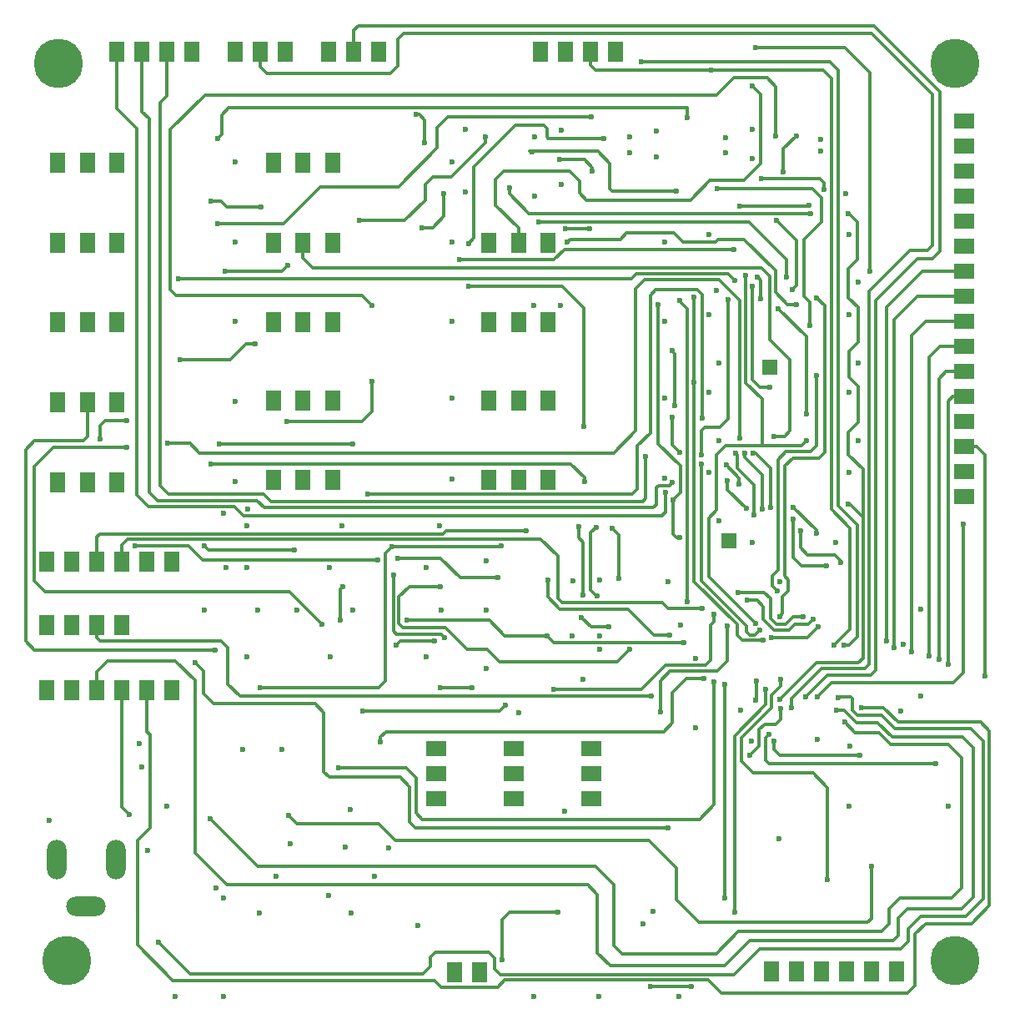
<source format=gbl>
G04*
G04 #@! TF.GenerationSoftware,Altium Limited,CircuitStudio,1.5.2 (30)*
G04*
G04 Layer_Physical_Order=4*
G04 Layer_Color=16711680*
%FSLAX25Y25*%
%MOIN*%
G70*
G01*
G75*
%ADD36C,0.01181*%
%ADD39O,0.15748X0.07874*%
%ADD40O,0.07874X0.15748*%
%ADD41C,0.19685*%
%ADD42R,0.06299X0.07874*%
%ADD43R,0.07874X0.06299*%
%ADD44R,0.06299X0.06299*%
%ADD45C,0.02362*%
D36*
X306201Y113976D02*
Y118209D01*
X293996Y99606D02*
X297736Y103347D01*
Y109744D01*
X300000Y112008D01*
X304232D01*
X306201Y113976D01*
X180905Y141831D02*
X188976D01*
X193996Y136811D01*
X240945D01*
X245965Y141831D01*
X298425Y335827D02*
Y363583D01*
X291732Y329134D02*
X298425Y335827D01*
X278051Y329134D02*
X291732D01*
X294980Y367028D02*
X298425Y363583D01*
X300295Y106693D02*
X301476Y107874D01*
X300295Y97539D02*
Y106693D01*
Y97539D02*
X301673Y96161D01*
X273819Y74016D02*
X279724Y79921D01*
X162992Y74016D02*
X273819D01*
X160531Y76476D02*
X162992Y74016D01*
X232382Y55118D02*
X239469Y48031D01*
X97244Y55118D02*
X232382D01*
X78150Y74213D02*
X97244Y55118D01*
X193209Y6988D02*
X195965Y9744D01*
X170669Y6988D02*
X193209D01*
X167963Y9695D02*
X170669Y6988D01*
X63337Y9695D02*
X167963D01*
X70226Y12254D02*
X163435D01*
X166240Y15059D01*
Y18799D01*
X168209Y20768D01*
X189764D01*
X191831Y18701D01*
Y14370D02*
Y18701D01*
Y14370D02*
X194390Y11811D01*
X287500D01*
X49114Y23917D02*
X63337Y9695D01*
X195965Y9744D02*
X277264D01*
X282480Y4528D01*
X356791D01*
X57677Y24803D02*
X70226Y12254D01*
X49114Y23917D02*
Y65453D01*
X54134Y70473D01*
Y107776D01*
X52992Y108917D02*
X54134Y107776D01*
X52992Y108917D02*
Y125591D01*
X259055Y160531D02*
X261417Y158169D01*
X218799Y160531D02*
X259055D01*
X217126Y162205D02*
X218799Y160531D01*
X232677Y163386D02*
X232776D01*
X230413Y165650D02*
X232677Y163386D01*
X225492Y186417D02*
X227264Y184646D01*
Y163583D02*
Y184646D01*
X245177Y157972D02*
X255610Y147539D01*
X218012Y157972D02*
X245177D01*
X213189Y162795D02*
X218012Y157972D01*
X213189Y162795D02*
Y169488D01*
X226772Y154626D02*
X230512Y150886D01*
X255610Y147539D02*
X262106D01*
X230512Y150886D02*
X237598D01*
X230413Y188484D02*
X232579Y190650D01*
X230413Y165650D02*
Y188484D01*
X261417Y158169D02*
X275098D01*
X32992Y186732D02*
X34252Y187992D01*
X171161D01*
X172539Y189370D01*
X204724D01*
X76083Y183071D02*
X77461Y181693D01*
X210335Y185925D02*
X217126Y179134D01*
X45276Y185925D02*
X210335D01*
X42992Y183642D02*
X45276Y185925D01*
X91732Y195276D02*
X258957D01*
X88090Y198917D02*
X91732Y195276D01*
X255413Y198622D02*
X256496Y199705D01*
X99803Y198622D02*
X255413D01*
X97047Y201378D02*
X99803Y198622D01*
X251279Y200984D02*
X252362Y202067D01*
X102559Y200984D02*
X251279D01*
X99508Y204035D02*
X102559Y200984D01*
X258760Y195079D02*
X260236Y196555D01*
X53642Y198917D02*
X88090D01*
X48917Y203642D02*
X53642Y198917D01*
X57185Y201378D02*
X97047D01*
X53839Y204724D02*
X57185Y201378D01*
X61516Y204035D02*
X99508D01*
X58366Y207185D02*
X61516Y204035D01*
X281693Y289469D02*
X289862Y281299D01*
X251870Y289469D02*
X281693D01*
X248228Y285827D02*
X251870Y289469D01*
X285236Y291929D02*
X287894Y289272D01*
X248622Y291929D02*
X285236D01*
X246654Y289961D02*
X248622Y291929D01*
X65453Y289961D02*
X246654D01*
X302854Y167323D02*
X304921Y165256D01*
X302854Y167323D02*
Y171063D01*
X305266Y173474D01*
Y217667D01*
X306890Y162795D02*
X309350Y165256D01*
Y169685D01*
X307874Y171161D02*
X309350Y169685D01*
X307874Y171161D02*
Y215059D01*
X339173Y194685D02*
Y213779D01*
X333366Y219587D02*
X339173Y213779D01*
X333366Y219587D02*
Y228642D01*
X337205Y232480D01*
Y246850D01*
X333661Y250394D02*
X337205Y246850D01*
X333661Y250394D02*
Y260827D01*
X337303Y264469D01*
Y278445D01*
X333366Y282382D02*
X337303Y278445D01*
X333366Y282382D02*
Y293898D01*
X337106Y297638D01*
Y312697D01*
X333760Y316043D02*
X337106Y312697D01*
X333268Y316043D02*
X333760D01*
X261910Y207382D02*
X263090Y208563D01*
X257480Y207382D02*
X261910D01*
X256496Y206398D02*
X257480Y207382D01*
X277461Y170965D02*
Y194390D01*
X280709Y197638D01*
Y219488D01*
X274606Y169193D02*
Y216043D01*
X274508Y219685D02*
Y229232D01*
X275886Y230610D01*
X282087D01*
X285335Y233858D01*
X213386Y345866D02*
X235728D01*
X212795Y346457D02*
X213386Y345866D01*
X212795Y346457D02*
Y350000D01*
X211614Y351181D02*
X212795Y350000D01*
X200394Y351181D02*
X211614D01*
X183760Y334547D02*
X200394Y351181D01*
X183760Y306299D02*
Y334547D01*
X181496Y304035D02*
X183760Y306299D01*
X222244Y305709D02*
X242126D01*
X244685Y308268D01*
X263681D01*
X267421Y304528D01*
X280217D01*
X281398Y305709D01*
X291732D01*
X304232Y293209D01*
X221063Y304528D02*
X222244Y305709D01*
X285335Y281496D02*
X285433Y281594D01*
X285335Y233858D02*
Y281496D01*
X260433Y135630D02*
X276378D01*
X250590Y125787D02*
X260433Y135630D01*
X215650Y125787D02*
X250590D01*
X278248Y137500D02*
Y151575D01*
X276378Y135630D02*
X278248Y137500D01*
X334350Y122933D02*
X335039Y122244D01*
X329429Y122933D02*
X334350D01*
X262894Y260925D02*
Y261122D01*
Y260925D02*
X264075Y259744D01*
Y239173D02*
Y259744D01*
X284449Y215551D02*
X289764Y210236D01*
Y207972D02*
Y210236D01*
X296850Y290551D02*
X297146D01*
X298425Y289272D01*
X289862Y318898D02*
X316831D01*
X317520Y319587D01*
X206299Y340650D02*
X207087D01*
X206102Y340846D02*
X206299Y340650D01*
X206102Y340846D02*
X233169D01*
X238090Y335925D01*
X262992Y223524D02*
Y234646D01*
Y223524D02*
X265945Y220571D01*
X145768Y72146D02*
X152362Y65551D01*
X113091Y72146D02*
X145768D01*
X109547Y75689D02*
X113091Y72146D01*
X253740Y65551D02*
X264764Y54528D01*
Y41831D02*
Y54528D01*
Y41831D02*
X273721Y32874D01*
X152362Y65551D02*
X253740D01*
X309941Y229134D02*
Y257480D01*
X301969Y265453D02*
X309941Y257480D01*
X301969Y265453D02*
Y290846D01*
X81398Y312008D02*
X107677D01*
X122343Y326673D01*
X153445D01*
X169095Y342323D01*
Y350197D01*
X173425Y354528D01*
X230709D01*
X81299Y345965D02*
X82776Y347441D01*
Y355315D01*
X85532Y358071D01*
X269094D01*
Y354232D02*
Y358071D01*
X188189Y344193D02*
Y346457D01*
X174606Y330610D02*
X188189Y344193D01*
X167224Y330610D02*
X174606D01*
X164173Y327559D02*
X167224Y330610D01*
X164173Y321358D02*
Y327559D01*
X155905Y313090D02*
X164173Y321358D01*
X137992Y313090D02*
X155905D01*
X107087Y292913D02*
X109350Y295177D01*
X84153Y292913D02*
X107087D01*
X163976Y344094D02*
Y353248D01*
X161811Y355413D02*
X163976Y353248D01*
X160531Y355413D02*
X161811D01*
X217913Y337500D02*
X227854D01*
X231004Y334350D01*
Y332874D02*
Y334350D01*
X238090Y325886D02*
Y335925D01*
Y325886D02*
X239075Y324902D01*
X264469D01*
X300787Y370276D02*
X304429Y366634D01*
Y346752D02*
Y366634D01*
X62205Y349409D02*
X76181Y363386D01*
X62205Y285531D02*
Y349409D01*
Y285531D02*
X64567Y283169D01*
X287500Y370276D02*
X300787D01*
X280610Y363386D02*
X287500Y370276D01*
X76181Y363386D02*
X280610D01*
X64567Y283169D02*
X138976D01*
X142913Y279232D01*
X298622Y329921D02*
X321850D01*
X323622Y328150D01*
Y325492D02*
Y328150D01*
X317520Y319587D02*
X317717Y319390D01*
X318996Y325984D02*
X322736Y322244D01*
X280906Y325984D02*
X318996D01*
X197835Y323819D02*
Y326181D01*
Y323819D02*
X205610Y316043D01*
X270276Y321358D02*
X278051Y329134D01*
X228740Y321358D02*
X270276D01*
X225886Y324213D02*
X228740Y321358D01*
X225886Y324213D02*
Y328839D01*
X221949Y332776D02*
X225886Y328839D01*
X195669Y332776D02*
X221949D01*
X86417Y257480D02*
X92716Y263779D01*
X96161D01*
X307283Y341732D02*
X312500Y346949D01*
X307283Y332677D02*
Y341732D01*
X298425Y281890D02*
Y289272D01*
X271654Y248721D02*
Y282480D01*
Y248721D02*
X271752Y248622D01*
X271654Y281496D02*
Y282480D01*
Y281496D02*
X271752Y281398D01*
X171752Y314764D02*
Y324016D01*
X167323Y310335D02*
X171752Y314764D01*
X162992Y310335D02*
X167323D01*
X177756Y297441D02*
X215650D01*
X219882Y301673D01*
X298622Y294193D02*
X301969Y290846D01*
X119390Y294193D02*
X298622D01*
X115354Y298228D02*
X119390Y294193D01*
X292421Y248228D02*
Y291043D01*
X292126Y291339D02*
X292421Y291043D01*
X219882Y301673D02*
X287598D01*
X230236Y375177D02*
Y380709D01*
Y375177D02*
X232283Y373130D01*
X278543D01*
X220177Y309941D02*
X230020D01*
X298917Y223130D02*
X314764D01*
X284350D02*
X298917D01*
X292421Y248228D02*
X298917Y241732D01*
Y223130D02*
Y241732D01*
X181496Y286910D02*
X218799D01*
X227559Y278150D01*
Y230807D02*
Y278150D01*
X239469Y220374D02*
X248228Y229134D01*
X239469Y220374D02*
Y220374D01*
X74016D02*
X239469D01*
X142815Y237008D02*
Y248819D01*
X138779Y232972D02*
X142815Y237008D01*
X108957Y232972D02*
X138779D01*
X70276Y224114D02*
X74016Y220374D01*
X61122Y224114D02*
X70276D01*
X77461Y181693D02*
X111909D01*
X151476Y149114D02*
Y171653D01*
Y149114D02*
X152657Y147933D01*
X170571D01*
X171850Y146653D01*
X148425Y180315D02*
X150984Y182874D01*
X148425Y129331D02*
Y180315D01*
X145571Y126476D02*
X148425Y129331D01*
X75197Y177657D02*
X145374D01*
X69685Y183169D02*
X75197Y177657D01*
X36220Y233071D02*
X44980D01*
X34252Y231102D02*
X36220Y233071D01*
X34252Y225787D02*
Y231102D01*
X48130Y183169D02*
X69685D01*
X153347Y178347D02*
X170374D01*
X178248Y170472D01*
X193405D01*
X78543Y216043D02*
X222441D01*
X227953Y210531D01*
Y208760D02*
Y210531D01*
X238976Y190157D02*
X241732Y187401D01*
Y170079D02*
Y187401D01*
X81890Y223819D02*
X135138D01*
X15453Y222539D02*
X44980D01*
X7874Y214961D02*
X15453Y222539D01*
X7874Y169095D02*
Y214961D01*
Y169095D02*
X12205Y164764D01*
X109941D01*
X122835Y151870D01*
X98327Y126476D02*
X145571D01*
X152657Y143602D02*
X154134Y145079D01*
X167913D01*
X170276Y126575D02*
X183071D01*
X66240Y257480D02*
X86417D01*
X84842Y318701D02*
X98524D01*
X82579Y320965D02*
X84842Y318701D01*
X78642Y320965D02*
X82579D01*
X304626Y313090D02*
X312598Y305118D01*
Y287106D02*
Y305118D01*
X310925Y285433D02*
X312598Y287106D01*
X305413Y277953D02*
X316535Y266831D01*
Y235925D02*
Y266831D01*
X304232Y284449D02*
Y293209D01*
Y284449D02*
X308957Y279724D01*
X312697D01*
X322736Y312402D02*
Y322244D01*
X315748Y305413D02*
X322736Y312402D01*
X315748Y282874D02*
Y305413D01*
Y282874D02*
X317913Y280709D01*
Y271161D02*
Y280709D01*
X209547Y312598D02*
X293701D01*
X308760Y297539D01*
Y290453D02*
Y297539D01*
X295079Y249410D02*
Y287008D01*
Y249410D02*
X297835Y246654D01*
X302067D01*
X115354Y298228D02*
Y304331D01*
X307776Y226969D02*
X309941Y229134D01*
X303740Y226969D02*
X307776D01*
X225492Y186417D02*
Y190748D01*
X192421Y329528D02*
X195669Y332776D01*
X192421Y319390D02*
Y329528D01*
Y319390D02*
X201575Y310236D01*
Y304331D02*
Y310236D01*
X296260Y382185D02*
X331988D01*
X341929Y372244D01*
Y292913D02*
Y372244D01*
X205610Y316043D02*
X318110D01*
X257283Y224016D02*
Y279626D01*
Y224016D02*
X266240Y215059D01*
X256496Y199705D02*
Y206398D01*
X266240Y204626D02*
Y215059D01*
X263189Y201575D02*
X266240Y204626D01*
X269094Y161024D02*
Y277756D01*
X265945Y280906D02*
X269094Y277756D01*
X271752Y168799D02*
Y248622D01*
X157874Y167028D02*
X170177D01*
X153740Y162894D02*
X157874Y167028D01*
X153740Y152264D02*
Y162894D01*
Y152264D02*
X155413Y150591D01*
X172146D01*
X180905Y141831D01*
X130413Y166043D02*
X131201Y166831D01*
X130413Y153642D02*
Y166043D01*
X156791Y153445D02*
X189862D01*
X196063Y147244D01*
X212894D01*
X196161Y119488D02*
X196260Y119587D01*
X193996Y117323D02*
X196161Y119488D01*
X139272Y117323D02*
X193996D01*
X248228Y229134D02*
Y285827D01*
X194390Y182874D02*
X194587Y183071D01*
X150984Y182874D02*
X194390D01*
X246949Y203839D02*
X248917Y205807D01*
X141339Y203839D02*
X246949D01*
X248917Y205807D02*
Y223130D01*
X264469Y186713D02*
X265945D01*
X263189Y187992D02*
X264469Y186713D01*
X263189Y187992D02*
Y201575D01*
X248917Y223130D02*
X254134Y228346D01*
Y283169D01*
X256398Y285433D01*
X272835D01*
X274803Y283465D01*
Y234252D02*
Y283465D01*
X289862Y226181D02*
Y281299D01*
X288386Y220177D02*
X288878Y219685D01*
Y214272D02*
Y219685D01*
Y214272D02*
X295669Y207480D01*
Y195669D02*
Y207480D01*
X292028Y218504D02*
Y220374D01*
Y218504D02*
X298917Y211614D01*
Y198031D02*
Y211614D01*
X296358Y220079D02*
X302362Y214075D01*
Y198425D02*
Y214075D01*
X284941Y205709D02*
X292520Y198130D01*
X284941Y205709D02*
Y209350D01*
X314173Y182480D02*
Y189173D01*
Y182480D02*
X316929Y179724D01*
X327953D01*
X330413Y177264D01*
Y176575D02*
Y177264D01*
X320571Y188287D02*
Y189469D01*
X311417Y198622D02*
X320571Y189469D01*
X295276Y220079D02*
X296358D01*
X311122Y178543D02*
Y193996D01*
Y178543D02*
X314567Y175098D01*
X324606D01*
X60945Y362815D02*
Y380709D01*
X58366Y360236D02*
X60945Y362815D01*
X58366Y207185D02*
Y360236D01*
X252362Y202067D02*
Y218799D01*
X50945Y356634D02*
Y380709D01*
Y356634D02*
X53839Y353740D01*
Y204724D02*
Y353740D01*
X40945Y357874D02*
Y380709D01*
Y357874D02*
X48917Y349902D01*
Y203642D02*
Y349902D01*
X260236Y196555D02*
Y204429D01*
X42992Y176772D02*
Y183642D01*
X217126Y162205D02*
Y179134D01*
X302756Y146653D02*
X317028D01*
X321358Y150984D01*
X302658Y123524D02*
X306201Y127067D01*
Y129823D01*
X302658Y118504D02*
Y123524D01*
X290650Y106496D02*
X302658Y118504D01*
X278248Y151575D02*
X279724Y153051D01*
X303543Y149705D02*
X309646D01*
X299311Y153937D02*
X303543Y149705D01*
X299311Y153937D02*
Y158957D01*
X279724Y153051D02*
Y156004D01*
X32992Y176772D02*
Y186732D01*
X292913Y161417D02*
X296850D01*
X299311Y158957D01*
X309646Y149705D02*
X311811Y151870D01*
X317421D01*
X319291Y153740D01*
X289173Y164665D02*
X299705D01*
X302264Y162106D01*
Y154331D02*
Y162106D01*
Y154331D02*
X304626Y151969D01*
X308268D01*
X311319Y155020D01*
X315354D01*
X306890Y162795D02*
X306988Y162697D01*
Y156102D02*
Y162697D01*
X305807Y154921D02*
X306988Y156102D01*
X72244Y136614D02*
X75590Y133268D01*
Y124114D02*
Y133268D01*
Y124114D02*
X79626Y120079D01*
X120276D01*
X123721Y116634D01*
Y92815D02*
Y116634D01*
Y92815D02*
X125787Y90748D01*
X154232D01*
X158071Y86910D01*
Y72736D02*
Y86910D01*
Y72736D02*
X160236Y70571D01*
X261122D01*
X32992Y146437D02*
Y151575D01*
Y146437D02*
X34154Y145276D01*
X82579D01*
X85433Y142421D01*
Y128051D02*
Y142421D01*
Y128051D02*
X90158Y123327D01*
Y123130D02*
X254724D01*
X320669Y282382D02*
X323917Y279134D01*
Y220669D02*
Y279134D01*
X321555Y218307D02*
X323917Y220669D01*
X311122Y218307D02*
X321555D01*
X307874Y215059D02*
X311122Y218307D01*
X320669Y223327D02*
Y251279D01*
X318110Y220768D02*
X320669Y223327D01*
X308366Y220768D02*
X318110D01*
X305266Y217667D02*
X308366Y220768D01*
X314764Y223130D02*
X316732Y225098D01*
X280709Y219488D02*
X284350Y223130D01*
X277461Y170965D02*
X296161Y152264D01*
X278543Y373130D02*
X323228D01*
X326476Y369882D01*
Y197835D02*
Y369882D01*
Y197835D02*
X334055Y190256D01*
Y150000D02*
Y190256D01*
X327756Y143701D02*
X334055Y150000D01*
X250590Y376575D02*
X325886D01*
X329331Y373130D01*
Y199114D02*
Y373130D01*
Y199114D02*
X336910Y191535D01*
Y146949D02*
Y191535D01*
X333661Y143701D02*
X336910Y146949D01*
X331693Y143701D02*
X333661D01*
X333268Y199902D02*
X333957D01*
X339173Y194685D01*
Y138386D02*
Y194685D01*
X337402Y136614D02*
X339173Y138386D01*
X274606Y216043D02*
X275000D01*
X271752Y168799D02*
X288779Y151772D01*
Y147539D02*
Y151772D01*
Y147539D02*
X290846Y145472D01*
X299114D01*
X274606Y169193D02*
X292618Y151181D01*
Y149016D02*
Y151181D01*
Y149016D02*
X294094Y147539D01*
X295965D01*
X298031Y149606D01*
X265945Y280906D02*
Y281299D01*
X258169Y117028D02*
Y129232D01*
X262106Y133169D01*
X281004D01*
X285039Y137205D01*
Y151378D01*
X320571Y136614D02*
X337402D01*
X305807Y121850D02*
X320571Y136614D01*
X341535Y136024D02*
Y285039D01*
X339862Y134350D02*
X341535Y136024D01*
X322736Y134350D02*
X339862D01*
X98189Y374646D02*
Y380709D01*
Y374646D02*
X100984Y371850D01*
X150394D01*
X153347Y374803D01*
Y385630D01*
X155512Y387795D01*
X342717D01*
X366929Y363583D01*
Y303248D02*
Y363583D01*
X364961Y301279D02*
X366929Y303248D01*
X357776Y301279D02*
X364961D01*
X341535Y285039D02*
X357776Y301279D01*
X310531Y122146D02*
X322736Y134350D01*
X310531Y118602D02*
Y122146D01*
X369980Y300787D02*
Y364567D01*
X343504Y391043D02*
X369980Y364567D01*
X137500Y391043D02*
X343504D01*
X135591Y380709D02*
Y389134D01*
X137500Y391043D01*
X367028Y297835D02*
X369980Y300787D01*
X360827Y297835D02*
X367028D01*
X344193Y281201D02*
X360827Y297835D01*
X344193Y133465D02*
Y281201D01*
X342323Y131595D02*
X344193Y133465D01*
X325098Y131595D02*
X342323D01*
X316240Y122736D02*
X325098Y131595D01*
X8071Y141535D02*
X80118D01*
X4528Y145079D02*
X8071Y141535D01*
X4528Y145079D02*
Y221654D01*
X8071Y225197D01*
X27461D01*
X29134Y226870D01*
Y240551D01*
X212894Y147244D02*
X215650Y144488D01*
X267520D01*
X279724Y79921D02*
Y128740D01*
X160531Y76476D02*
Y90453D01*
X156496Y94488D02*
X160531Y90453D01*
X129626Y94488D02*
X156496D01*
X146358Y104921D02*
Y106890D01*
X148524Y109055D01*
X259449D01*
X262992Y112598D01*
Y124508D01*
X268602Y130118D01*
X275590D01*
X296358Y121653D02*
X296457Y121752D01*
Y129232D01*
X283858Y42520D02*
Y127756D01*
X300197Y119783D02*
Y125787D01*
X287795Y107382D02*
X300197Y119783D01*
X287795Y36909D02*
Y107382D01*
X379331Y132480D02*
Y191732D01*
X375394Y128543D02*
X379331Y132480D01*
X326575Y128543D02*
X375394D01*
X320866Y122835D02*
X326575Y128543D01*
X342520Y34350D02*
Y55315D01*
X341043Y32874D02*
X342520Y34350D01*
X273721Y32874D02*
X341043D01*
X331890Y112795D02*
X336024Y108661D01*
X345571D01*
X350197Y104035D01*
X373228D01*
X378740Y98524D01*
Y46654D02*
Y98524D01*
X374705Y42618D02*
X378740Y46654D01*
X353937Y42618D02*
X374705D01*
X349606Y38287D02*
X353937Y42618D01*
X349606Y32087D02*
Y38287D01*
X346654Y29134D02*
X349606Y32087D01*
X289370Y29134D02*
X346654D01*
X280512Y20276D02*
X289370Y29134D01*
X242913Y20276D02*
X280512D01*
X239469Y23720D02*
X242913Y20276D01*
X239469Y23720D02*
Y48031D01*
X42992Y78858D02*
X45866Y75984D01*
X42992Y78858D02*
Y125591D01*
X32992D02*
Y132992D01*
X37303Y137303D01*
X64370D01*
X72146Y129528D01*
Y60630D02*
Y129528D01*
Y60630D02*
X84941Y47835D01*
X229232D01*
X233071Y43996D01*
Y20669D02*
Y43996D01*
Y20669D02*
X238287Y15453D01*
X284055D01*
X293996Y25394D01*
X351279D01*
X353346Y27461D01*
Y34646D01*
X356988Y38287D01*
X378543D01*
X383169Y42913D01*
Y102559D01*
X378937Y106791D02*
X383169Y102559D01*
X350886Y106791D02*
X378937D01*
X344980Y112697D02*
X350886Y106791D01*
X287500Y11811D02*
X298031Y22343D01*
X354429D01*
X357185Y25098D01*
Y30118D01*
X362402Y35335D01*
X380315D01*
X387205Y42224D01*
Y105315D01*
X382382Y110138D02*
X387205Y105315D01*
X352067Y110138D02*
X382382D01*
X336516Y112697D02*
X344980D01*
X331496Y117717D02*
X336516Y112697D01*
X328445Y117717D02*
X331496D01*
X346555Y115650D02*
X352067Y110138D01*
X336811Y115650D02*
X346555D01*
X335039Y117421D02*
X336811Y115650D01*
X335039Y117421D02*
Y122244D01*
X356791Y4528D02*
X359941Y7677D01*
Y28150D01*
X364173Y32382D01*
X382579D01*
X389764Y39567D01*
Y109350D01*
X386221Y112894D02*
X389764Y109350D01*
X353150Y112894D02*
X386221D01*
X347441Y118602D02*
X353150Y112894D01*
X338583Y118602D02*
X347441D01*
X325098Y50000D02*
Y86713D01*
X319193Y92618D02*
X325098Y86713D01*
X295177Y92618D02*
X319193D01*
X290650Y97146D02*
X295177Y92618D01*
X290650Y97146D02*
Y106496D01*
X305906Y99410D02*
X337894D01*
X303445Y101870D02*
X305906Y99410D01*
X303445Y101870D02*
Y105118D01*
X301673Y96161D02*
X368110D01*
X379528Y222756D02*
X384724D01*
X387992Y219488D01*
Y131102D02*
Y219488D01*
X375039Y242756D02*
X379528D01*
X373228Y240945D02*
X375039Y242756D01*
X373228Y135728D02*
Y240945D01*
X372441Y252756D02*
X379528D01*
X369685Y250000D02*
X372441Y252756D01*
X369685Y137795D02*
Y250000D01*
X369843Y262756D02*
X379528D01*
X365650Y258563D02*
X369843Y262756D01*
X365650Y139370D02*
Y258563D01*
X364193Y272756D02*
X379528D01*
X358661Y267224D02*
X364193Y272756D01*
X358661Y141043D02*
Y267224D01*
X360906Y282756D02*
X379528D01*
X351673Y273524D02*
X360906Y282756D01*
X351673Y142520D02*
Y273524D01*
X362835Y292756D02*
X379528D01*
X348524Y278445D02*
X362835Y292756D01*
X348524Y145177D02*
Y278445D01*
X254232Y7185D02*
X270472D01*
X198031Y37008D02*
X217323D01*
X194882Y33858D02*
X198031Y37008D01*
X194882Y17913D02*
Y33858D01*
D39*
X28740Y39370D02*
D03*
D40*
X16929Y57874D02*
D03*
X40551D02*
D03*
D41*
X375984Y17717D02*
D03*
X20866D02*
D03*
X17717Y375984D02*
D03*
X375984D02*
D03*
D42*
X12992Y176772D02*
D03*
X22992D02*
D03*
X32992D02*
D03*
X42992D02*
D03*
X52992D02*
D03*
X62992D02*
D03*
X40945Y380709D02*
D03*
X50945D02*
D03*
X60945D02*
D03*
X70945D02*
D03*
X213386Y241339D02*
D03*
X201575D02*
D03*
X189764D02*
D03*
X185984Y12992D02*
D03*
X175984D02*
D03*
X12992Y151575D02*
D03*
X22992D02*
D03*
X32992D02*
D03*
X42992D02*
D03*
X12992Y125591D02*
D03*
X22992D02*
D03*
X32992D02*
D03*
X42992D02*
D03*
X52992D02*
D03*
X62992D02*
D03*
X302756Y13386D02*
D03*
X312756D02*
D03*
X322756D02*
D03*
X332756D02*
D03*
X342756D02*
D03*
X352756D02*
D03*
X210236Y380709D02*
D03*
X220236D02*
D03*
X230236D02*
D03*
X240236D02*
D03*
X40945Y272441D02*
D03*
X29134D02*
D03*
X17323D02*
D03*
X40945Y304331D02*
D03*
X29134D02*
D03*
X17323D02*
D03*
X40945Y336221D02*
D03*
X29134D02*
D03*
X17323D02*
D03*
X127165Y272441D02*
D03*
X115354D02*
D03*
X103543D02*
D03*
X127165Y304331D02*
D03*
X115354D02*
D03*
X103543D02*
D03*
X127165Y336221D02*
D03*
X115354D02*
D03*
X103543D02*
D03*
X213386Y272441D02*
D03*
X201575D02*
D03*
X189764D02*
D03*
X213386Y304331D02*
D03*
X201575D02*
D03*
X189764D02*
D03*
X88189Y380709D02*
D03*
X98189D02*
D03*
X108189D02*
D03*
X125591Y380709D02*
D03*
X135591D02*
D03*
X145591D02*
D03*
X40945Y208661D02*
D03*
X29134D02*
D03*
X17323D02*
D03*
X40945Y240551D02*
D03*
X29134D02*
D03*
X17323D02*
D03*
X127165Y209449D02*
D03*
X115354D02*
D03*
X103543D02*
D03*
X127165Y241339D02*
D03*
X115354D02*
D03*
X103543D02*
D03*
X213386Y209449D02*
D03*
X201575D02*
D03*
X189764D02*
D03*
D43*
X168504Y102362D02*
D03*
Y92362D02*
D03*
Y82362D02*
D03*
X379528Y202756D02*
D03*
Y212756D02*
D03*
Y222756D02*
D03*
Y232756D02*
D03*
Y242756D02*
D03*
Y252756D02*
D03*
Y262756D02*
D03*
Y272756D02*
D03*
Y282756D02*
D03*
Y292756D02*
D03*
Y302756D02*
D03*
Y312756D02*
D03*
Y322756D02*
D03*
Y332756D02*
D03*
Y342756D02*
D03*
Y352756D02*
D03*
X199606Y102362D02*
D03*
Y92362D02*
D03*
Y82362D02*
D03*
X230709Y102362D02*
D03*
Y92362D02*
D03*
Y82362D02*
D03*
D44*
X301969Y254528D02*
D03*
X285728Y185138D02*
D03*
D45*
X218406Y279331D02*
D03*
X207579D02*
D03*
X294685Y105217D02*
D03*
X232776Y163386D02*
D03*
X227264Y163583D02*
D03*
X226772Y154626D02*
D03*
X76083Y183071D02*
D03*
X285433Y281594D02*
D03*
X280709Y285236D02*
D03*
X329429Y122638D02*
D03*
X262894Y261122D02*
D03*
X284596Y215551D02*
D03*
X296850Y290551D02*
D03*
X289862Y318898D02*
D03*
X207087Y340650D02*
D03*
X262992Y234646D02*
D03*
X355413Y143799D02*
D03*
X81398Y312008D02*
D03*
X230709Y354528D02*
D03*
X269094Y354232D02*
D03*
X188189Y346555D02*
D03*
X137992Y313090D02*
D03*
X109350Y295177D02*
D03*
X84153Y292913D02*
D03*
X81299Y345965D02*
D03*
X163976Y344094D02*
D03*
X160531Y355413D02*
D03*
X217913Y337500D02*
D03*
X231004Y332874D02*
D03*
X304429Y346752D02*
D03*
X142913Y279232D02*
D03*
X298622Y329921D02*
D03*
X323622Y325492D02*
D03*
X317717Y319390D02*
D03*
X280906Y325984D02*
D03*
X197835Y326181D02*
D03*
X264469Y324902D02*
D03*
X96161Y263779D02*
D03*
X312500Y346949D02*
D03*
X307283Y332677D02*
D03*
X298425Y281890D02*
D03*
X271654Y282480D02*
D03*
X162992Y310335D02*
D03*
X171752Y324016D02*
D03*
X177854Y297539D02*
D03*
X292126Y291339D02*
D03*
X287894Y289272D02*
D03*
X287598Y301673D02*
D03*
X230020Y309941D02*
D03*
X235728Y345866D02*
D03*
X181496Y304035D02*
D03*
Y286910D02*
D03*
X227559Y230807D02*
D03*
X265945Y220571D02*
D03*
X142815Y248819D02*
D03*
X108957Y232972D02*
D03*
X61122Y224114D02*
D03*
X111909Y181693D02*
D03*
X151476Y171653D02*
D03*
X145374Y177657D02*
D03*
X171850Y146653D02*
D03*
X44980Y233071D02*
D03*
X34252Y225787D02*
D03*
X48130Y183169D02*
D03*
X153347Y178347D02*
D03*
X193405Y170472D02*
D03*
X78543Y216043D02*
D03*
X227953Y208760D02*
D03*
X238976Y190157D02*
D03*
X241732Y170079D02*
D03*
X135138Y223819D02*
D03*
X81890D02*
D03*
X44980Y222441D02*
D03*
X122835Y151870D02*
D03*
X152657Y143602D02*
D03*
X167913Y145079D02*
D03*
X170276Y126575D02*
D03*
X183071D02*
D03*
X66240Y257480D02*
D03*
X78642Y320965D02*
D03*
X304626Y313090D02*
D03*
X310925Y285433D02*
D03*
X305413Y277953D02*
D03*
X316535Y235925D02*
D03*
X98524Y318701D02*
D03*
X220177Y309941D02*
D03*
X221063Y304528D02*
D03*
X317913Y271161D02*
D03*
X209547Y312598D02*
D03*
X308760Y290453D02*
D03*
X295079Y287008D02*
D03*
X65453Y289961D02*
D03*
X274508Y219685D02*
D03*
X289764Y207972D02*
D03*
X232579Y190650D02*
D03*
X225492Y190748D02*
D03*
X237598Y150886D02*
D03*
X294980Y367028D02*
D03*
X296260Y382185D02*
D03*
X341929Y292913D02*
D03*
X312697Y279724D02*
D03*
X302067Y246654D02*
D03*
X303740Y226969D02*
D03*
X318110Y316043D02*
D03*
X333268D02*
D03*
X257283Y279626D02*
D03*
X263090Y208563D02*
D03*
X271752Y248622D02*
D03*
X170177Y167028D02*
D03*
X245965Y141831D02*
D03*
X131201Y166831D02*
D03*
X130413Y153642D02*
D03*
X156791Y153445D02*
D03*
X196161Y119488D02*
D03*
X139272Y117323D02*
D03*
X194587Y183071D02*
D03*
X98327Y126476D02*
D03*
X150984Y182874D02*
D03*
X141339Y203839D02*
D03*
X263189Y201575D02*
D03*
X265945Y186713D02*
D03*
X274803Y234252D02*
D03*
X289862Y226181D02*
D03*
X288386Y220177D02*
D03*
X292028Y220374D02*
D03*
X295669Y195669D02*
D03*
X298917Y198031D02*
D03*
X302362Y198425D02*
D03*
X314173Y189173D02*
D03*
X311417Y198622D02*
D03*
X295276Y220079D02*
D03*
X264075Y239173D02*
D03*
X320571Y188287D02*
D03*
X311122Y193996D02*
D03*
X252362Y218799D02*
D03*
X284941Y209350D02*
D03*
X292520Y198130D02*
D03*
X260236Y204429D02*
D03*
X275098Y158169D02*
D03*
X324606Y175098D02*
D03*
X330413Y176575D02*
D03*
X302756Y146653D02*
D03*
X321358Y150984D02*
D03*
X306201Y129823D02*
D03*
X262106Y147539D02*
D03*
X279724Y156004D02*
D03*
X204724Y189370D02*
D03*
X292913Y161417D02*
D03*
X315354Y155020D02*
D03*
X305807Y154921D02*
D03*
X319291Y153740D02*
D03*
X215650Y125787D02*
D03*
X289173Y164665D02*
D03*
X72244Y136614D02*
D03*
X261122Y70571D02*
D03*
X293996Y99606D02*
D03*
X306201Y118209D02*
D03*
X254724Y123130D02*
D03*
X320669Y282382D02*
D03*
Y251279D02*
D03*
X304921Y165256D02*
D03*
X316732Y225098D02*
D03*
X278543Y373130D02*
D03*
X250590Y376575D02*
D03*
X333268Y199902D02*
D03*
X274606Y216043D02*
D03*
X265945Y281299D02*
D03*
X269094Y161024D02*
D03*
X299114Y145472D02*
D03*
X296161Y152264D02*
D03*
X298031Y149606D02*
D03*
X258169Y117028D02*
D03*
X285039Y151378D02*
D03*
X316240Y122736D02*
D03*
X80118Y141535D02*
D03*
X213189Y169488D02*
D03*
X212894Y147244D02*
D03*
X267520Y144488D02*
D03*
X305807Y121850D02*
D03*
X129626Y94488D02*
D03*
X146358Y104921D02*
D03*
X275590Y130118D02*
D03*
X279724Y128740D02*
D03*
X296358Y121653D02*
D03*
X296457Y129232D02*
D03*
X283858Y127756D02*
D03*
Y42520D02*
D03*
X300197Y125787D02*
D03*
X287795Y36909D02*
D03*
X379331Y191732D02*
D03*
X327756Y143701D02*
D03*
X331693D02*
D03*
X310531Y118602D02*
D03*
X320866Y122835D02*
D03*
X342520Y55315D02*
D03*
X109547Y75689D02*
D03*
X78150Y74213D02*
D03*
X45866Y75984D02*
D03*
X57677Y24803D02*
D03*
X328445Y117717D02*
D03*
X331890Y112795D02*
D03*
X338583Y118602D02*
D03*
X325098Y50000D02*
D03*
X333957Y103150D02*
D03*
X368110Y96161D02*
D03*
X337894Y99410D02*
D03*
X301476Y107874D02*
D03*
X303445Y105118D02*
D03*
X387992Y131102D02*
D03*
X373228Y135728D02*
D03*
X369685Y137795D02*
D03*
X365650Y139370D02*
D03*
X358661Y141043D02*
D03*
X351673Y142520D02*
D03*
X348524Y145177D02*
D03*
X362303Y123130D02*
D03*
X270472Y7185D02*
D03*
X254232D02*
D03*
X217323Y37008D02*
D03*
X194882Y17913D02*
D03*
X220079Y77165D02*
D03*
X255374Y37146D02*
D03*
X126378Y138976D02*
D03*
X164567D02*
D03*
X92913D02*
D03*
X125984Y174409D02*
D03*
X164567D02*
D03*
X92913D02*
D03*
X84646D02*
D03*
X83465Y196063D02*
D03*
X93307Y198031D02*
D03*
X332283Y324016D02*
D03*
X259842Y304724D02*
D03*
Y272835D02*
D03*
Y242126D02*
D03*
Y210236D02*
D03*
X88189Y336614D02*
D03*
Y304724D02*
D03*
Y272835D02*
D03*
Y240945D02*
D03*
Y209055D02*
D03*
X174803Y336614D02*
D03*
Y304724D02*
D03*
Y272835D02*
D03*
Y242126D02*
D03*
Y209842D02*
D03*
X50000Y104331D02*
D03*
X134252Y77953D02*
D03*
X149606Y62598D02*
D03*
X161417Y31496D02*
D03*
X281496Y256299D02*
D03*
Y225197D02*
D03*
X337402D02*
D03*
Y256299D02*
D03*
Y288583D02*
D03*
X201575Y116535D02*
D03*
X281496Y193307D02*
D03*
X328346Y184646D02*
D03*
X294882D02*
D03*
X362205Y157874D02*
D03*
X290158Y117717D02*
D03*
X50787Y94882D02*
D03*
X110236Y64173D02*
D03*
X125591Y43701D02*
D03*
X132283Y62992D02*
D03*
X80709Y46457D02*
D03*
X134646Y36614D02*
D03*
X98032D02*
D03*
X53150Y61417D02*
D03*
X13780Y73622D02*
D03*
X61024Y79134D02*
D03*
X91339Y101969D02*
D03*
X107087D02*
D03*
X75984Y157480D02*
D03*
X97244D02*
D03*
X112992D02*
D03*
X135433D02*
D03*
X170472D02*
D03*
X188583D02*
D03*
X207874Y322835D02*
D03*
X180315Y324410D02*
D03*
Y349606D02*
D03*
X207874Y346457D02*
D03*
X218504Y349213D02*
D03*
Y327559D02*
D03*
X256693Y348819D02*
D03*
X246063Y346457D02*
D03*
X256693Y338583D02*
D03*
X246063Y340158D02*
D03*
X322441Y345669D02*
D03*
Y340945D02*
D03*
X284252Y340158D02*
D03*
Y346063D02*
D03*
X294882Y337795D02*
D03*
Y349606D02*
D03*
X333465Y307480D02*
D03*
X277559D02*
D03*
Y212598D02*
D03*
Y275590D02*
D03*
Y244488D02*
D03*
X333465Y212598D02*
D03*
Y244488D02*
D03*
Y275590D02*
D03*
X170079Y191339D02*
D03*
X131102D02*
D03*
X92913D02*
D03*
X64173Y3150D02*
D03*
X83465Y42520D02*
D03*
Y3150D02*
D03*
X207480D02*
D03*
X233465D02*
D03*
X265748D02*
D03*
X251181Y32283D02*
D03*
X104724Y51181D02*
D03*
X144095D02*
D03*
X188583Y134252D02*
D03*
X233858Y141732D02*
D03*
X222835Y147244D02*
D03*
X227165Y129921D02*
D03*
X188583Y177165D02*
D03*
X223228Y169291D02*
D03*
X233858Y147244D02*
D03*
X233858Y169685D02*
D03*
X261417Y168898D02*
D03*
X305906D02*
D03*
X320866Y105905D02*
D03*
X272441Y138189D02*
D03*
X354331Y117323D02*
D03*
X266142Y151575D02*
D03*
X272441Y110630D02*
D03*
X373228Y79134D02*
D03*
X333465D02*
D03*
X305512Y66142D02*
D03*
M02*

</source>
